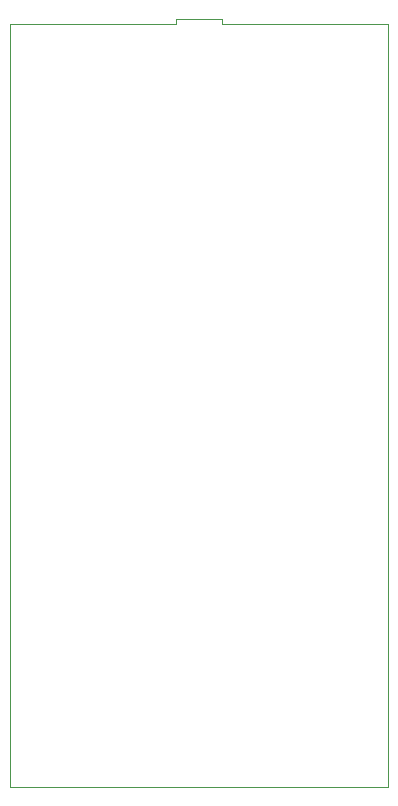
<source format=gbr>
G04 #@! TF.GenerationSoftware,KiCad,Pcbnew,(6.99.0-2452-gdb4f2d9dd8)*
G04 #@! TF.CreationDate,2022-08-02T19:29:53-05:00*
G04 #@! TF.ProjectId,captech,63617074-6563-4682-9e6b-696361645f70,rev?*
G04 #@! TF.SameCoordinates,Original*
G04 #@! TF.FileFunction,Profile,NP*
%FSLAX46Y46*%
G04 Gerber Fmt 4.6, Leading zero omitted, Abs format (unit mm)*
G04 Created by KiCad (PCBNEW (6.99.0-2452-gdb4f2d9dd8)) date 2022-08-02 19:29:53*
%MOMM*%
%LPD*%
G01*
G04 APERTURE LIST*
G04 #@! TA.AperFunction,Profile*
%ADD10C,0.042333*%
G04 #@! TD*
G04 APERTURE END LIST*
D10*
X94179370Y-96699995D02*
X62176868Y-96699995D01*
X76273868Y-31700006D02*
X80126369Y-31700006D01*
X74707538Y-32123342D02*
X76273868Y-32123506D01*
X62176868Y-32123342D02*
X62176868Y-32123342D01*
X94179370Y-96699995D02*
X94179370Y-96699995D01*
X76273868Y-32123506D02*
X76273868Y-31700006D01*
X80126369Y-32123506D02*
X81692470Y-32123342D01*
X81692470Y-32123342D02*
X87957798Y-32123342D01*
X81692470Y-32123342D02*
X81692470Y-32123342D01*
X94222698Y-43225255D02*
X94179149Y-54835170D01*
X62176868Y-96699995D02*
X62222316Y-54941005D01*
X94223133Y-32123342D02*
X94223133Y-32123342D01*
X80126369Y-32123506D02*
X80126369Y-32123506D01*
X62199705Y-51954545D02*
X62184137Y-48304042D01*
X62176868Y-96699995D02*
X62176868Y-96699995D01*
X62222316Y-54941005D02*
X62199705Y-51954545D01*
X87957798Y-32123342D02*
X87957798Y-32123342D01*
X76273868Y-32123506D02*
X76273868Y-32123506D01*
X62177013Y-43288754D02*
X62177013Y-43288754D01*
X62184137Y-48304042D02*
X62177013Y-43288754D01*
X94222698Y-43225255D02*
X94222698Y-43225255D01*
X94223133Y-32123342D02*
X94222698Y-43225255D01*
X87957798Y-32123342D02*
X94223133Y-32123342D01*
X68442203Y-32123342D02*
X74707538Y-32123342D01*
X94179149Y-54835170D02*
X94179370Y-96699995D01*
X94179149Y-54835170D02*
X94179149Y-54835170D01*
X80126369Y-31700006D02*
X80126369Y-31700006D01*
X68442203Y-32123342D02*
X68442203Y-32123342D01*
X62177013Y-43288754D02*
X62176868Y-32123342D01*
X80126369Y-31700006D02*
X80126369Y-32123506D01*
X76273868Y-31700006D02*
X76273868Y-31700006D01*
X62176868Y-32123342D02*
X68442203Y-32123342D01*
X74707538Y-32123342D02*
X74707538Y-32123342D01*
M02*

</source>
